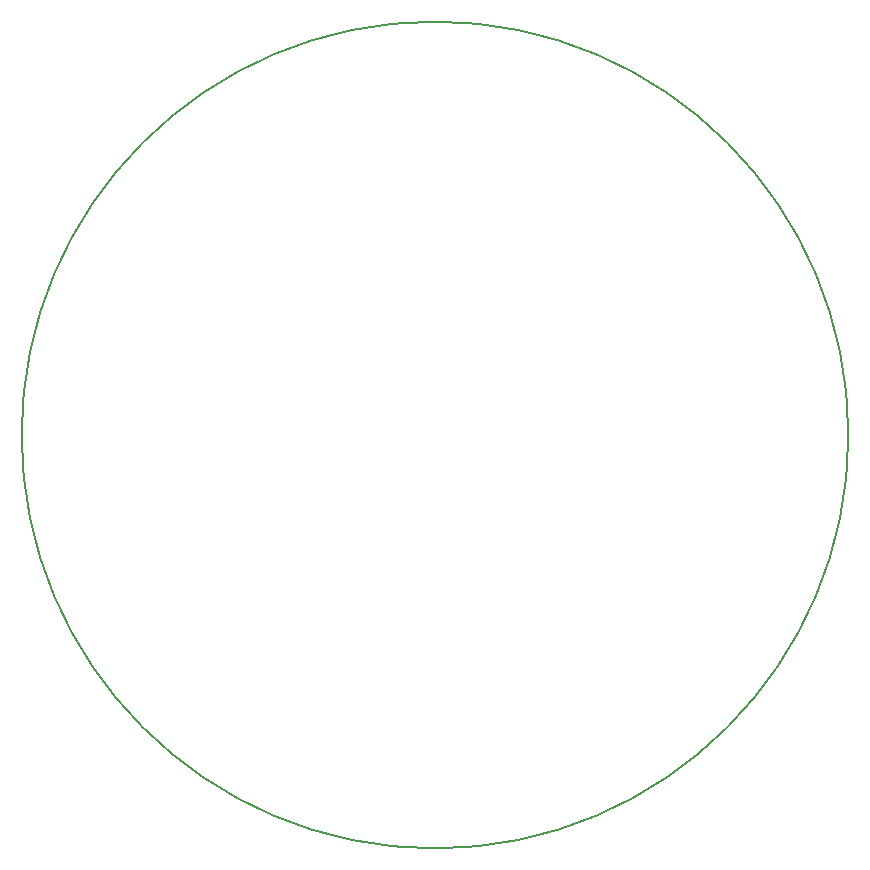
<source format=gbr>
G04 #@! TF.FileFunction,Profile,NP*
%FSLAX46Y46*%
G04 Gerber Fmt 4.6, Leading zero omitted, Abs format (unit mm)*
G04 Created by KiCad (PCBNEW 4.0.7) date 07/04/18 14:48:19*
%MOMM*%
%LPD*%
G01*
G04 APERTURE LIST*
%ADD10C,0.100000*%
%ADD11C,0.150000*%
G04 APERTURE END LIST*
D10*
D11*
X185000000Y-100000000D02*
G75*
G03X185000000Y-100000000I-35000000J0D01*
G01*
M02*

</source>
